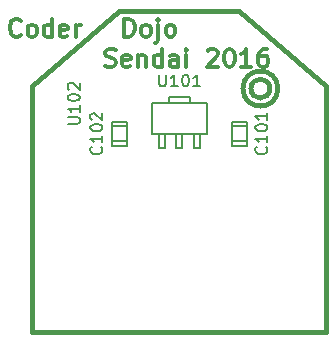
<source format=gto>
G04 #@! TF.FileFunction,Legend,Top*
%FSLAX46Y46*%
G04 Gerber Fmt 4.6, Leading zero omitted, Abs format (unit mm)*
G04 Created by KiCad (PCBNEW 4.0.1-stable) date 2016/02/14 23:16:42*
%MOMM*%
G01*
G04 APERTURE LIST*
%ADD10C,0.100000*%
%ADD11C,0.300000*%
%ADD12C,0.127000*%
%ADD13C,0.381000*%
%ADD14C,0.200660*%
G04 APERTURE END LIST*
D10*
D11*
X104572857Y-66718571D02*
X104572857Y-65218571D01*
X104930000Y-65218571D01*
X105144285Y-65290000D01*
X105287143Y-65432857D01*
X105358571Y-65575714D01*
X105430000Y-65861429D01*
X105430000Y-66075714D01*
X105358571Y-66361429D01*
X105287143Y-66504286D01*
X105144285Y-66647143D01*
X104930000Y-66718571D01*
X104572857Y-66718571D01*
X106287143Y-66718571D02*
X106144285Y-66647143D01*
X106072857Y-66575714D01*
X106001428Y-66432857D01*
X106001428Y-66004286D01*
X106072857Y-65861429D01*
X106144285Y-65790000D01*
X106287143Y-65718571D01*
X106501428Y-65718571D01*
X106644285Y-65790000D01*
X106715714Y-65861429D01*
X106787143Y-66004286D01*
X106787143Y-66432857D01*
X106715714Y-66575714D01*
X106644285Y-66647143D01*
X106501428Y-66718571D01*
X106287143Y-66718571D01*
X107430000Y-65718571D02*
X107430000Y-67004286D01*
X107358571Y-67147143D01*
X107215714Y-67218571D01*
X107144286Y-67218571D01*
X107430000Y-65218571D02*
X107358571Y-65290000D01*
X107430000Y-65361429D01*
X107501428Y-65290000D01*
X107430000Y-65218571D01*
X107430000Y-65361429D01*
X108358572Y-66718571D02*
X108215714Y-66647143D01*
X108144286Y-66575714D01*
X108072857Y-66432857D01*
X108072857Y-66004286D01*
X108144286Y-65861429D01*
X108215714Y-65790000D01*
X108358572Y-65718571D01*
X108572857Y-65718571D01*
X108715714Y-65790000D01*
X108787143Y-65861429D01*
X108858572Y-66004286D01*
X108858572Y-66432857D01*
X108787143Y-66575714D01*
X108715714Y-66647143D01*
X108572857Y-66718571D01*
X108358572Y-66718571D01*
X102962144Y-69187143D02*
X103176430Y-69258571D01*
X103533573Y-69258571D01*
X103676430Y-69187143D01*
X103747859Y-69115714D01*
X103819287Y-68972857D01*
X103819287Y-68830000D01*
X103747859Y-68687143D01*
X103676430Y-68615714D01*
X103533573Y-68544286D01*
X103247859Y-68472857D01*
X103105001Y-68401429D01*
X103033573Y-68330000D01*
X102962144Y-68187143D01*
X102962144Y-68044286D01*
X103033573Y-67901429D01*
X103105001Y-67830000D01*
X103247859Y-67758571D01*
X103605001Y-67758571D01*
X103819287Y-67830000D01*
X105033572Y-69187143D02*
X104890715Y-69258571D01*
X104605001Y-69258571D01*
X104462144Y-69187143D01*
X104390715Y-69044286D01*
X104390715Y-68472857D01*
X104462144Y-68330000D01*
X104605001Y-68258571D01*
X104890715Y-68258571D01*
X105033572Y-68330000D01*
X105105001Y-68472857D01*
X105105001Y-68615714D01*
X104390715Y-68758571D01*
X105747858Y-68258571D02*
X105747858Y-69258571D01*
X105747858Y-68401429D02*
X105819286Y-68330000D01*
X105962144Y-68258571D01*
X106176429Y-68258571D01*
X106319286Y-68330000D01*
X106390715Y-68472857D01*
X106390715Y-69258571D01*
X107747858Y-69258571D02*
X107747858Y-67758571D01*
X107747858Y-69187143D02*
X107605001Y-69258571D01*
X107319287Y-69258571D01*
X107176429Y-69187143D01*
X107105001Y-69115714D01*
X107033572Y-68972857D01*
X107033572Y-68544286D01*
X107105001Y-68401429D01*
X107176429Y-68330000D01*
X107319287Y-68258571D01*
X107605001Y-68258571D01*
X107747858Y-68330000D01*
X109105001Y-69258571D02*
X109105001Y-68472857D01*
X109033572Y-68330000D01*
X108890715Y-68258571D01*
X108605001Y-68258571D01*
X108462144Y-68330000D01*
X109105001Y-69187143D02*
X108962144Y-69258571D01*
X108605001Y-69258571D01*
X108462144Y-69187143D01*
X108390715Y-69044286D01*
X108390715Y-68901429D01*
X108462144Y-68758571D01*
X108605001Y-68687143D01*
X108962144Y-68687143D01*
X109105001Y-68615714D01*
X109819287Y-69258571D02*
X109819287Y-68258571D01*
X109819287Y-67758571D02*
X109747858Y-67830000D01*
X109819287Y-67901429D01*
X109890715Y-67830000D01*
X109819287Y-67758571D01*
X109819287Y-67901429D01*
X111605001Y-67901429D02*
X111676430Y-67830000D01*
X111819287Y-67758571D01*
X112176430Y-67758571D01*
X112319287Y-67830000D01*
X112390716Y-67901429D01*
X112462144Y-68044286D01*
X112462144Y-68187143D01*
X112390716Y-68401429D01*
X111533573Y-69258571D01*
X112462144Y-69258571D01*
X113390715Y-67758571D02*
X113533572Y-67758571D01*
X113676429Y-67830000D01*
X113747858Y-67901429D01*
X113819287Y-68044286D01*
X113890715Y-68330000D01*
X113890715Y-68687143D01*
X113819287Y-68972857D01*
X113747858Y-69115714D01*
X113676429Y-69187143D01*
X113533572Y-69258571D01*
X113390715Y-69258571D01*
X113247858Y-69187143D01*
X113176429Y-69115714D01*
X113105001Y-68972857D01*
X113033572Y-68687143D01*
X113033572Y-68330000D01*
X113105001Y-68044286D01*
X113176429Y-67901429D01*
X113247858Y-67830000D01*
X113390715Y-67758571D01*
X115319286Y-69258571D02*
X114462143Y-69258571D01*
X114890715Y-69258571D02*
X114890715Y-67758571D01*
X114747858Y-67972857D01*
X114605000Y-68115714D01*
X114462143Y-68187143D01*
X116605000Y-67758571D02*
X116319286Y-67758571D01*
X116176429Y-67830000D01*
X116105000Y-67901429D01*
X115962143Y-68115714D01*
X115890714Y-68401429D01*
X115890714Y-68972857D01*
X115962143Y-69115714D01*
X116033571Y-69187143D01*
X116176429Y-69258571D01*
X116462143Y-69258571D01*
X116605000Y-69187143D01*
X116676429Y-69115714D01*
X116747857Y-68972857D01*
X116747857Y-68615714D01*
X116676429Y-68472857D01*
X116605000Y-68401429D01*
X116462143Y-68330000D01*
X116176429Y-68330000D01*
X116033571Y-68401429D01*
X115962143Y-68472857D01*
X115890714Y-68615714D01*
X95790001Y-66575714D02*
X95718572Y-66647143D01*
X95504286Y-66718571D01*
X95361429Y-66718571D01*
X95147144Y-66647143D01*
X95004286Y-66504286D01*
X94932858Y-66361429D01*
X94861429Y-66075714D01*
X94861429Y-65861429D01*
X94932858Y-65575714D01*
X95004286Y-65432857D01*
X95147144Y-65290000D01*
X95361429Y-65218571D01*
X95504286Y-65218571D01*
X95718572Y-65290000D01*
X95790001Y-65361429D01*
X96647144Y-66718571D02*
X96504286Y-66647143D01*
X96432858Y-66575714D01*
X96361429Y-66432857D01*
X96361429Y-66004286D01*
X96432858Y-65861429D01*
X96504286Y-65790000D01*
X96647144Y-65718571D01*
X96861429Y-65718571D01*
X97004286Y-65790000D01*
X97075715Y-65861429D01*
X97147144Y-66004286D01*
X97147144Y-66432857D01*
X97075715Y-66575714D01*
X97004286Y-66647143D01*
X96861429Y-66718571D01*
X96647144Y-66718571D01*
X98432858Y-66718571D02*
X98432858Y-65218571D01*
X98432858Y-66647143D02*
X98290001Y-66718571D01*
X98004287Y-66718571D01*
X97861429Y-66647143D01*
X97790001Y-66575714D01*
X97718572Y-66432857D01*
X97718572Y-66004286D01*
X97790001Y-65861429D01*
X97861429Y-65790000D01*
X98004287Y-65718571D01*
X98290001Y-65718571D01*
X98432858Y-65790000D01*
X99718572Y-66647143D02*
X99575715Y-66718571D01*
X99290001Y-66718571D01*
X99147144Y-66647143D01*
X99075715Y-66504286D01*
X99075715Y-65932857D01*
X99147144Y-65790000D01*
X99290001Y-65718571D01*
X99575715Y-65718571D01*
X99718572Y-65790000D01*
X99790001Y-65932857D01*
X99790001Y-66075714D01*
X99075715Y-66218571D01*
X100432858Y-66718571D02*
X100432858Y-65718571D01*
X100432858Y-66004286D02*
X100504286Y-65861429D01*
X100575715Y-65790000D01*
X100718572Y-65718571D01*
X100861429Y-65718571D01*
D12*
X114935000Y-75565000D02*
X113665000Y-75565000D01*
X114935000Y-74295000D02*
X113690400Y-74295000D01*
X114935000Y-73914000D02*
X114935000Y-75946000D01*
X114935000Y-75946000D02*
X113665000Y-75946000D01*
X113665000Y-75946000D02*
X113665000Y-73914000D01*
X113665000Y-73914000D02*
X114935000Y-73914000D01*
X103505000Y-74295000D02*
X104775000Y-74295000D01*
X103505000Y-75565000D02*
X104749600Y-75565000D01*
X103505000Y-75946000D02*
X103505000Y-73914000D01*
X103505000Y-73914000D02*
X104775000Y-73914000D01*
X104775000Y-73914000D02*
X104775000Y-75946000D01*
X104775000Y-75946000D02*
X103505000Y-75946000D01*
D13*
X96774000Y-90678000D02*
X96774000Y-91694000D01*
X121666000Y-90678000D02*
X121666000Y-91694000D01*
X116881219Y-71120000D02*
G75*
G03X116881219Y-71120000I-803219J0D01*
G01*
X117559062Y-71120000D02*
G75*
G03X117559062Y-71120000I-1481062J0D01*
G01*
X96774000Y-90678000D02*
X96774000Y-70866000D01*
X121666000Y-71120000D02*
X121666000Y-70866000D01*
X121666000Y-90678000D02*
X121666000Y-71120000D01*
X96774000Y-91694000D02*
X121666000Y-91694000D01*
X121666000Y-70866000D02*
X114300000Y-64516000D01*
X96774000Y-70866000D02*
X104140000Y-64516000D01*
X104140000Y-64516000D02*
X114300000Y-64516000D01*
D12*
X110464600Y-76161900D02*
X110972600Y-76161900D01*
X110972600Y-76161900D02*
X110972600Y-74968100D01*
X110464600Y-76161900D02*
X110464600Y-74968100D01*
X108966000Y-76161900D02*
X108966000Y-74968100D01*
X109474000Y-76161900D02*
X109474000Y-74968100D01*
X108966000Y-76161900D02*
X109474000Y-76161900D01*
X107467400Y-76161900D02*
X107975400Y-76161900D01*
X107975400Y-76161900D02*
X107975400Y-74968100D01*
X107467400Y-76161900D02*
X107467400Y-74968100D01*
X108318300Y-71856600D02*
X110121700Y-71856600D01*
X110121700Y-71856600D02*
X110121700Y-72351900D01*
X108318300Y-71856600D02*
X108318300Y-72351900D01*
X106921300Y-74968100D02*
X106921300Y-72351900D01*
X106921300Y-72351900D02*
X111518700Y-72351900D01*
X111518700Y-72351900D02*
X111518700Y-74968100D01*
X111518700Y-74968100D02*
X106921300Y-74968100D01*
D14*
X116562414Y-76049898D02*
X116610070Y-76097553D01*
X116657725Y-76240519D01*
X116657725Y-76335829D01*
X116610070Y-76478795D01*
X116514759Y-76574106D01*
X116419449Y-76621761D01*
X116228828Y-76669416D01*
X116085862Y-76669416D01*
X115895241Y-76621761D01*
X115799930Y-76574106D01*
X115704620Y-76478795D01*
X115656965Y-76335829D01*
X115656965Y-76240519D01*
X115704620Y-76097553D01*
X115752275Y-76049898D01*
X116657725Y-75096793D02*
X116657725Y-75668656D01*
X116657725Y-75382725D02*
X115656965Y-75382725D01*
X115799930Y-75478035D01*
X115895241Y-75573346D01*
X115942896Y-75668656D01*
X115656965Y-74477275D02*
X115656965Y-74381964D01*
X115704620Y-74286654D01*
X115752275Y-74238999D01*
X115847586Y-74191343D01*
X116038207Y-74143688D01*
X116276483Y-74143688D01*
X116467104Y-74191343D01*
X116562414Y-74238999D01*
X116610070Y-74286654D01*
X116657725Y-74381964D01*
X116657725Y-74477275D01*
X116610070Y-74572585D01*
X116562414Y-74620241D01*
X116467104Y-74667896D01*
X116276483Y-74715551D01*
X116038207Y-74715551D01*
X115847586Y-74667896D01*
X115752275Y-74620241D01*
X115704620Y-74572585D01*
X115656965Y-74477275D01*
X116657725Y-73190583D02*
X116657725Y-73762446D01*
X116657725Y-73476515D02*
X115656965Y-73476515D01*
X115799930Y-73571825D01*
X115895241Y-73667136D01*
X115942896Y-73762446D01*
X102592414Y-76049898D02*
X102640070Y-76097553D01*
X102687725Y-76240519D01*
X102687725Y-76335829D01*
X102640070Y-76478795D01*
X102544759Y-76574106D01*
X102449449Y-76621761D01*
X102258828Y-76669416D01*
X102115862Y-76669416D01*
X101925241Y-76621761D01*
X101829930Y-76574106D01*
X101734620Y-76478795D01*
X101686965Y-76335829D01*
X101686965Y-76240519D01*
X101734620Y-76097553D01*
X101782275Y-76049898D01*
X102687725Y-75096793D02*
X102687725Y-75668656D01*
X102687725Y-75382725D02*
X101686965Y-75382725D01*
X101829930Y-75478035D01*
X101925241Y-75573346D01*
X101972896Y-75668656D01*
X101686965Y-74477275D02*
X101686965Y-74381964D01*
X101734620Y-74286654D01*
X101782275Y-74238999D01*
X101877586Y-74191343D01*
X102068207Y-74143688D01*
X102306483Y-74143688D01*
X102497104Y-74191343D01*
X102592414Y-74238999D01*
X102640070Y-74286654D01*
X102687725Y-74381964D01*
X102687725Y-74477275D01*
X102640070Y-74572585D01*
X102592414Y-74620241D01*
X102497104Y-74667896D01*
X102306483Y-74715551D01*
X102068207Y-74715551D01*
X101877586Y-74667896D01*
X101782275Y-74620241D01*
X101734620Y-74572585D01*
X101686965Y-74477275D01*
X101782275Y-73762446D02*
X101734620Y-73714791D01*
X101686965Y-73619480D01*
X101686965Y-73381204D01*
X101734620Y-73285894D01*
X101782275Y-73238238D01*
X101877586Y-73190583D01*
X101972896Y-73190583D01*
X102115862Y-73238238D01*
X102687725Y-73810101D01*
X102687725Y-73190583D01*
X99781965Y-74105589D02*
X100592104Y-74105589D01*
X100687414Y-74057934D01*
X100735070Y-74010278D01*
X100782725Y-73914968D01*
X100782725Y-73724347D01*
X100735070Y-73629036D01*
X100687414Y-73581381D01*
X100592104Y-73533726D01*
X99781965Y-73533726D01*
X100782725Y-72532966D02*
X100782725Y-73104829D01*
X100782725Y-72818898D02*
X99781965Y-72818898D01*
X99924930Y-72914208D01*
X100020241Y-73009519D01*
X100067896Y-73104829D01*
X99781965Y-71913448D02*
X99781965Y-71818137D01*
X99829620Y-71722827D01*
X99877275Y-71675172D01*
X99972586Y-71627516D01*
X100163207Y-71579861D01*
X100401483Y-71579861D01*
X100592104Y-71627516D01*
X100687414Y-71675172D01*
X100735070Y-71722827D01*
X100782725Y-71818137D01*
X100782725Y-71913448D01*
X100735070Y-72008758D01*
X100687414Y-72056414D01*
X100592104Y-72104069D01*
X100401483Y-72151724D01*
X100163207Y-72151724D01*
X99972586Y-72104069D01*
X99877275Y-72056414D01*
X99829620Y-72008758D01*
X99781965Y-71913448D01*
X99877275Y-71198619D02*
X99829620Y-71150964D01*
X99781965Y-71055653D01*
X99781965Y-70817377D01*
X99829620Y-70722067D01*
X99877275Y-70674411D01*
X99972586Y-70626756D01*
X100067896Y-70626756D01*
X100210862Y-70674411D01*
X100782725Y-71246274D01*
X100782725Y-70626756D01*
X107504411Y-69936965D02*
X107504411Y-70747104D01*
X107552066Y-70842414D01*
X107599722Y-70890070D01*
X107695032Y-70937725D01*
X107885653Y-70937725D01*
X107980964Y-70890070D01*
X108028619Y-70842414D01*
X108076274Y-70747104D01*
X108076274Y-69936965D01*
X109077034Y-70937725D02*
X108505171Y-70937725D01*
X108791102Y-70937725D02*
X108791102Y-69936965D01*
X108695792Y-70079930D01*
X108600481Y-70175241D01*
X108505171Y-70222896D01*
X109696552Y-69936965D02*
X109791863Y-69936965D01*
X109887173Y-69984620D01*
X109934828Y-70032275D01*
X109982484Y-70127586D01*
X110030139Y-70318207D01*
X110030139Y-70556483D01*
X109982484Y-70747104D01*
X109934828Y-70842414D01*
X109887173Y-70890070D01*
X109791863Y-70937725D01*
X109696552Y-70937725D01*
X109601242Y-70890070D01*
X109553586Y-70842414D01*
X109505931Y-70747104D01*
X109458276Y-70556483D01*
X109458276Y-70318207D01*
X109505931Y-70127586D01*
X109553586Y-70032275D01*
X109601242Y-69984620D01*
X109696552Y-69936965D01*
X110983244Y-70937725D02*
X110411381Y-70937725D01*
X110697312Y-70937725D02*
X110697312Y-69936965D01*
X110602002Y-70079930D01*
X110506691Y-70175241D01*
X110411381Y-70222896D01*
M02*

</source>
